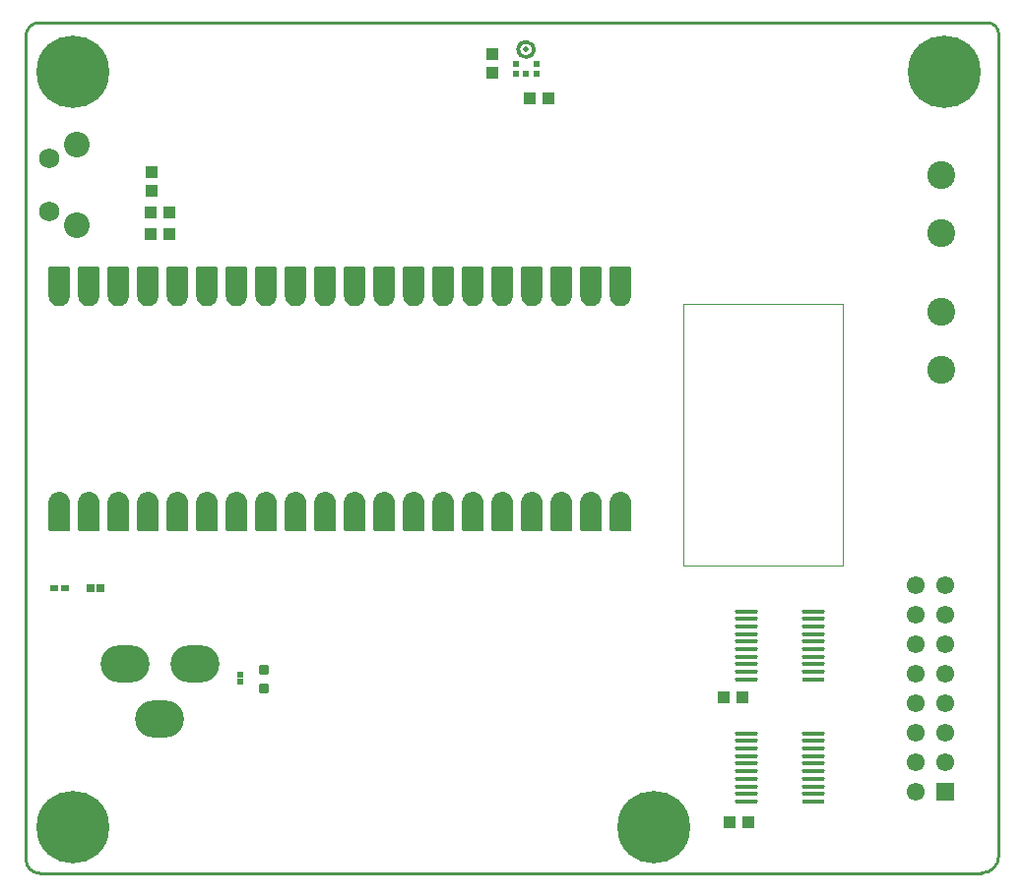
<source format=gts>
G04*
G04 #@! TF.GenerationSoftware,Altium Limited,Altium Designer,25.8.1 (18)*
G04*
G04 Layer_Color=8388736*
%FSLAX24Y24*%
%MOIN*%
G70*
G04*
G04 #@! TF.SameCoordinates,E7C4B6EF-679D-40F3-B346-0123BADFF20E*
G04*
G04*
G04 #@! TF.FilePolarity,Negative*
G04*
G01*
G75*
%ADD13C,0.0100*%
%ADD17C,0.0039*%
%ADD19R,0.0770X0.0166*%
G04:AMPARAMS|DCode=20|XSize=77mil|YSize=16.6mil|CornerRadius=8.3mil|HoleSize=0mil|Usage=FLASHONLY|Rotation=180.000|XOffset=0mil|YOffset=0mil|HoleType=Round|Shape=RoundedRectangle|*
%AMROUNDEDRECTD20*
21,1,0.0770,0.0000,0,0,180.0*
21,1,0.0604,0.0166,0,0,180.0*
1,1,0.0166,-0.0302,0.0000*
1,1,0.0166,0.0302,0.0000*
1,1,0.0166,0.0302,0.0000*
1,1,0.0166,-0.0302,0.0000*
%
%ADD20ROUNDEDRECTD20*%
%ADD29C,0.0118*%
%ADD30R,0.0395X0.0395*%
%ADD31R,0.0474X0.1064*%
%ADD32R,0.0300X0.0280*%
G04:AMPARAMS|DCode=33|XSize=35.5mil|YSize=35.5mil|CornerRadius=9.9mil|HoleSize=0mil|Usage=FLASHONLY|Rotation=270.000|XOffset=0mil|YOffset=0mil|HoleType=Round|Shape=RoundedRectangle|*
%AMROUNDEDRECTD33*
21,1,0.0355,0.0157,0,0,270.0*
21,1,0.0157,0.0355,0,0,270.0*
1,1,0.0197,-0.0079,-0.0079*
1,1,0.0197,-0.0079,0.0079*
1,1,0.0197,0.0079,0.0079*
1,1,0.0197,0.0079,-0.0079*
%
%ADD33ROUNDEDRECTD33*%
%ADD34R,0.0198X0.0245*%
G04:AMPARAMS|DCode=35|XSize=106.4mil|YSize=47.4mil|CornerRadius=8.9mil|HoleSize=0mil|Usage=FLASHONLY|Rotation=90.000|XOffset=0mil|YOffset=0mil|HoleType=Round|Shape=RoundedRectangle|*
%AMROUNDEDRECTD35*
21,1,0.1064,0.0295,0,0,90.0*
21,1,0.0886,0.0474,0,0,90.0*
1,1,0.0178,0.0148,0.0443*
1,1,0.0178,0.0148,-0.0443*
1,1,0.0178,-0.0148,-0.0443*
1,1,0.0178,-0.0148,0.0443*
%
%ADD35ROUNDEDRECTD35*%
%ADD36R,0.0316X0.0237*%
%ADD37R,0.0395X0.0395*%
%ADD38R,0.0236X0.0206*%
%ADD39R,0.0610X0.0610*%
%ADD40C,0.0610*%
%ADD41C,0.0946*%
%ADD42O,0.1655X0.1261*%
%ADD43C,0.2461*%
%ADD44C,0.0680*%
%ADD45C,0.0867*%
%ADD46C,0.0197*%
G36*
X-401Y11346D02*
X-395Y11345D01*
X-315Y11324D01*
X-310Y11322D01*
X-306Y11320D01*
X-234Y11278D01*
X-229Y11275D01*
X-226Y11272D01*
X-167Y11213D01*
X-163Y11209D01*
X-160Y11205D01*
X-119Y11133D01*
X-117Y11128D01*
X-115Y11123D01*
X-94Y11043D01*
X-93Y11038D01*
X-92Y11033D01*
Y10991D01*
Y10046D01*
X-93Y10041D01*
X-94Y10036D01*
X-95Y10031D01*
X-98Y10026D01*
X-100Y10022D01*
X-104Y10018D01*
X-108Y10015D01*
X-112Y10012D01*
X-117Y10009D01*
X-122Y10008D01*
X-127Y10007D01*
X-132Y10006D01*
X-762D01*
X-767Y10007D01*
X-773Y10008D01*
X-778Y10009D01*
X-782Y10012D01*
X-787Y10015D01*
X-791Y10018D01*
X-794Y10022D01*
X-797Y10026D01*
X-799Y10031D01*
X-801Y10036D01*
X-802Y10041D01*
X-802Y10046D01*
Y10991D01*
X-802Y11033D01*
D01*
Y11033D01*
X-802Y11038D01*
X-801Y11043D01*
X-779Y11123D01*
X-778Y11128D01*
X-777Y11131D01*
X-775Y11133D01*
X-734Y11205D01*
X-731Y11209D01*
X-728Y11213D01*
X-669Y11272D01*
X-665Y11275D01*
X-661Y11278D01*
X-589Y11320D01*
X-584Y11322D01*
X-579Y11324D01*
X-499Y11345D01*
X-494Y11346D01*
X-489Y11346D01*
X-406D01*
X-401Y11346D01*
D02*
G37*
G36*
X599D02*
X605Y11345D01*
X685Y11324D01*
X690Y11322D01*
X694Y11320D01*
X766Y11278D01*
X771Y11275D01*
X774Y11272D01*
X833Y11213D01*
X837Y11209D01*
X839Y11205D01*
X881Y11133D01*
X883Y11128D01*
X885Y11123D01*
X906Y11043D01*
X907Y11038D01*
X908Y11033D01*
Y10991D01*
Y10046D01*
X907Y10041D01*
X906Y10036D01*
X905Y10031D01*
X902Y10026D01*
X900Y10022D01*
X896Y10018D01*
X892Y10015D01*
X888Y10012D01*
X883Y10009D01*
X878Y10008D01*
X873Y10007D01*
X868Y10006D01*
X238D01*
X233Y10007D01*
X227Y10008D01*
X222Y10009D01*
X218Y10012D01*
X213Y10015D01*
X209Y10018D01*
X206Y10022D01*
X203Y10026D01*
X201Y10031D01*
X199Y10036D01*
X198Y10041D01*
X198Y10046D01*
Y10991D01*
X198Y11033D01*
D01*
Y11033D01*
X198Y11038D01*
X199Y11043D01*
X221Y11123D01*
X222Y11128D01*
X223Y11131D01*
X225Y11133D01*
X266Y11205D01*
X269Y11209D01*
X272Y11213D01*
X331Y11272D01*
X335Y11275D01*
X339Y11278D01*
X411Y11320D01*
X416Y11322D01*
X421Y11324D01*
X501Y11345D01*
X506Y11346D01*
X511Y11346D01*
X594D01*
X599Y11346D01*
D02*
G37*
G36*
X1599D02*
X1605Y11345D01*
X1685Y11324D01*
X1690Y11322D01*
X1694Y11320D01*
X1766Y11278D01*
X1771Y11275D01*
X1774Y11272D01*
X1833Y11213D01*
X1837Y11209D01*
X1840Y11205D01*
X1881Y11133D01*
X1883Y11128D01*
X1885Y11123D01*
X1906Y11043D01*
X1907Y11038D01*
X1908Y11033D01*
Y10991D01*
Y10046D01*
X1907Y10041D01*
X1906Y10036D01*
X1905Y10031D01*
X1902Y10026D01*
X1900Y10022D01*
X1896Y10018D01*
X1892Y10015D01*
X1888Y10012D01*
X1883Y10009D01*
X1878Y10008D01*
X1873Y10007D01*
X1868Y10006D01*
X1238D01*
X1233Y10007D01*
X1227Y10008D01*
X1222Y10009D01*
X1218Y10012D01*
X1213Y10015D01*
X1209Y10018D01*
X1206Y10022D01*
X1203Y10026D01*
X1201Y10031D01*
X1199Y10036D01*
X1198Y10041D01*
X1198Y10046D01*
Y10991D01*
X1198Y11033D01*
D01*
Y11033D01*
X1198Y11038D01*
X1199Y11043D01*
X1221Y11123D01*
X1222Y11128D01*
X1223Y11131D01*
X1225Y11133D01*
X1266Y11205D01*
X1269Y11209D01*
X1272Y11213D01*
X1331Y11272D01*
X1335Y11275D01*
X1339Y11278D01*
X1411Y11320D01*
X1416Y11322D01*
X1421Y11324D01*
X1501Y11345D01*
X1506Y11346D01*
X1511Y11346D01*
X1594D01*
X1599Y11346D01*
D02*
G37*
G36*
X2599D02*
X2605Y11345D01*
X2685Y11324D01*
X2690Y11322D01*
X2694Y11320D01*
X2766Y11278D01*
X2771Y11275D01*
X2774Y11272D01*
X2833Y11213D01*
X2837Y11209D01*
X2840Y11205D01*
X2881Y11133D01*
X2883Y11128D01*
X2885Y11123D01*
X2906Y11043D01*
X2907Y11038D01*
X2908Y11033D01*
Y10991D01*
Y10046D01*
X2907Y10041D01*
X2906Y10036D01*
X2905Y10031D01*
X2902Y10026D01*
X2900Y10022D01*
X2896Y10018D01*
X2892Y10015D01*
X2888Y10012D01*
X2883Y10009D01*
X2878Y10008D01*
X2873Y10007D01*
X2868Y10006D01*
X2238D01*
X2233Y10007D01*
X2227Y10008D01*
X2222Y10009D01*
X2218Y10012D01*
X2213Y10015D01*
X2209Y10018D01*
X2206Y10022D01*
X2203Y10026D01*
X2201Y10031D01*
X2199Y10036D01*
X2198Y10041D01*
X2198Y10046D01*
Y10991D01*
X2198Y11033D01*
D01*
Y11033D01*
X2198Y11038D01*
X2199Y11043D01*
X2221Y11123D01*
X2222Y11128D01*
X2223Y11131D01*
X2225Y11133D01*
X2266Y11205D01*
X2269Y11209D01*
X2272Y11213D01*
X2331Y11272D01*
X2335Y11275D01*
X2339Y11278D01*
X2411Y11320D01*
X2416Y11322D01*
X2421Y11324D01*
X2501Y11345D01*
X2506Y11346D01*
X2511Y11346D01*
X2594D01*
X2599Y11346D01*
D02*
G37*
G36*
X3599D02*
X3605Y11345D01*
X3685Y11324D01*
X3690Y11322D01*
X3694Y11320D01*
X3766Y11278D01*
X3771Y11275D01*
X3774Y11272D01*
X3833Y11213D01*
X3837Y11209D01*
X3839Y11205D01*
X3881Y11133D01*
X3883Y11128D01*
X3885Y11123D01*
X3906Y11043D01*
X3907Y11038D01*
X3908Y11033D01*
Y10991D01*
Y10046D01*
X3907Y10041D01*
X3906Y10036D01*
X3905Y10031D01*
X3902Y10026D01*
X3900Y10022D01*
X3896Y10018D01*
X3892Y10015D01*
X3888Y10012D01*
X3883Y10009D01*
X3878Y10008D01*
X3873Y10007D01*
X3868Y10006D01*
X3238D01*
X3233Y10007D01*
X3227Y10008D01*
X3222Y10009D01*
X3218Y10012D01*
X3213Y10015D01*
X3209Y10018D01*
X3206Y10022D01*
X3203Y10026D01*
X3201Y10031D01*
X3199Y10036D01*
X3198Y10041D01*
X3198Y10046D01*
Y10991D01*
X3198Y11033D01*
D01*
Y11033D01*
X3198Y11038D01*
X3199Y11043D01*
X3221Y11123D01*
X3222Y11128D01*
X3223Y11131D01*
X3225Y11133D01*
X3266Y11205D01*
X3269Y11209D01*
X3272Y11213D01*
X3331Y11272D01*
X3335Y11275D01*
X3339Y11278D01*
X3411Y11320D01*
X3416Y11322D01*
X3421Y11324D01*
X3501Y11345D01*
X3506Y11346D01*
X3511Y11346D01*
X3594D01*
X3599Y11346D01*
D02*
G37*
G36*
X-127Y18978D02*
X-122Y18977D01*
X-117Y18975D01*
X-112Y18973D01*
X-108Y18970D01*
X-104Y18966D01*
X-100Y18962D01*
X-98Y18958D01*
X-95Y18953D01*
X-94Y18948D01*
X-93Y18943D01*
X-92Y18938D01*
Y17993D01*
Y17951D01*
X-93Y17946D01*
X-94Y17941D01*
X-115Y17861D01*
X-117Y17856D01*
X-119Y17851D01*
X-160Y17779D01*
X-163Y17775D01*
X-167Y17771D01*
X-226Y17713D01*
X-229Y17709D01*
X-234Y17706D01*
X-306Y17665D01*
X-308Y17664D01*
X-310Y17662D01*
X-315Y17661D01*
X-395Y17639D01*
X-401Y17638D01*
X-406Y17638D01*
X-489D01*
X-494Y17638D01*
X-499Y17639D01*
X-579Y17661D01*
X-584Y17662D01*
X-589Y17665D01*
X-661Y17706D01*
X-665Y17709D01*
X-669Y17713D01*
X-728Y17771D01*
X-731Y17775D01*
X-734Y17779D01*
X-775Y17851D01*
X-777Y17854D01*
X-778Y17856D01*
X-779Y17861D01*
X-801Y17941D01*
X-802Y17946D01*
X-802Y17951D01*
D01*
Y17951D01*
X-802Y17993D01*
Y18938D01*
X-802Y18943D01*
X-801Y18948D01*
X-799Y18953D01*
X-797Y18958D01*
X-794Y18962D01*
X-791Y18966D01*
X-787Y18970D01*
X-782Y18973D01*
X-778Y18975D01*
X-773Y18977D01*
X-767Y18978D01*
X-762Y18978D01*
X-132D01*
X-127Y18978D01*
D02*
G37*
G36*
X873D02*
X878Y18977D01*
X883Y18975D01*
X888Y18973D01*
X892Y18970D01*
X896Y18966D01*
X900Y18962D01*
X902Y18958D01*
X905Y18953D01*
X906Y18948D01*
X907Y18943D01*
X908Y18938D01*
Y17993D01*
Y17951D01*
X907Y17946D01*
X906Y17941D01*
X885Y17861D01*
X883Y17856D01*
X881Y17851D01*
X839Y17779D01*
X837Y17775D01*
X833Y17771D01*
X774Y17713D01*
X771Y17709D01*
X766Y17706D01*
X694Y17665D01*
X692Y17664D01*
X690Y17662D01*
X685Y17661D01*
X605Y17639D01*
X599Y17638D01*
X594Y17638D01*
X511D01*
X506Y17638D01*
X501Y17639D01*
X421Y17661D01*
X416Y17662D01*
X411Y17665D01*
X339Y17706D01*
X335Y17709D01*
X331Y17713D01*
X272Y17771D01*
X269Y17775D01*
X266Y17779D01*
X225Y17851D01*
X223Y17854D01*
X222Y17856D01*
X221Y17861D01*
X199Y17941D01*
X198Y17946D01*
X198Y17951D01*
D01*
Y17951D01*
X198Y17993D01*
Y18938D01*
X198Y18943D01*
X199Y18948D01*
X201Y18953D01*
X203Y18958D01*
X206Y18962D01*
X209Y18966D01*
X213Y18970D01*
X218Y18973D01*
X222Y18975D01*
X227Y18977D01*
X233Y18978D01*
X238Y18978D01*
X868D01*
X873Y18978D01*
D02*
G37*
G36*
X1873D02*
X1878Y18977D01*
X1883Y18975D01*
X1888Y18973D01*
X1892Y18970D01*
X1896Y18966D01*
X1900Y18962D01*
X1902Y18958D01*
X1905Y18953D01*
X1906Y18948D01*
X1907Y18943D01*
X1908Y18938D01*
Y17993D01*
Y17951D01*
X1907Y17946D01*
X1906Y17941D01*
X1885Y17861D01*
X1883Y17856D01*
X1881Y17851D01*
X1840Y17779D01*
X1837Y17775D01*
X1833Y17771D01*
X1774Y17713D01*
X1771Y17709D01*
X1766Y17706D01*
X1694Y17665D01*
X1692Y17664D01*
X1690Y17662D01*
X1685Y17661D01*
X1605Y17639D01*
X1599Y17638D01*
X1594Y17638D01*
X1511D01*
X1506Y17638D01*
X1501Y17639D01*
X1421Y17661D01*
X1416Y17662D01*
X1411Y17665D01*
X1339Y17706D01*
X1335Y17709D01*
X1331Y17713D01*
X1272Y17771D01*
X1269Y17775D01*
X1266Y17779D01*
X1225Y17851D01*
X1223Y17854D01*
X1222Y17856D01*
X1221Y17861D01*
X1199Y17941D01*
X1198Y17946D01*
X1198Y17951D01*
D01*
Y17951D01*
X1198Y17993D01*
Y18938D01*
X1198Y18943D01*
X1199Y18948D01*
X1201Y18953D01*
X1203Y18958D01*
X1206Y18962D01*
X1209Y18966D01*
X1213Y18970D01*
X1218Y18973D01*
X1222Y18975D01*
X1227Y18977D01*
X1233Y18978D01*
X1238Y18978D01*
X1868D01*
X1873Y18978D01*
D02*
G37*
G36*
X2873D02*
X2878Y18977D01*
X2883Y18975D01*
X2888Y18973D01*
X2892Y18970D01*
X2896Y18966D01*
X2900Y18962D01*
X2902Y18958D01*
X2905Y18953D01*
X2906Y18948D01*
X2907Y18943D01*
X2908Y18938D01*
Y17993D01*
Y17951D01*
X2907Y17946D01*
X2906Y17941D01*
X2885Y17861D01*
X2883Y17856D01*
X2881Y17851D01*
X2840Y17779D01*
X2837Y17775D01*
X2833Y17771D01*
X2774Y17713D01*
X2771Y17709D01*
X2766Y17706D01*
X2694Y17665D01*
X2692Y17664D01*
X2690Y17662D01*
X2685Y17661D01*
X2605Y17639D01*
X2599Y17638D01*
X2594Y17638D01*
X2511D01*
X2506Y17638D01*
X2501Y17639D01*
X2421Y17661D01*
X2416Y17662D01*
X2411Y17665D01*
X2339Y17706D01*
X2335Y17709D01*
X2331Y17713D01*
X2272Y17771D01*
X2269Y17775D01*
X2266Y17779D01*
X2225Y17851D01*
X2223Y17854D01*
X2222Y17856D01*
X2221Y17861D01*
X2199Y17941D01*
X2198Y17946D01*
X2198Y17951D01*
D01*
Y17951D01*
X2198Y17993D01*
Y18938D01*
X2198Y18943D01*
X2199Y18948D01*
X2201Y18953D01*
X2203Y18958D01*
X2206Y18962D01*
X2209Y18966D01*
X2213Y18970D01*
X2218Y18973D01*
X2222Y18975D01*
X2227Y18977D01*
X2233Y18978D01*
X2238Y18978D01*
X2868D01*
X2873Y18978D01*
D02*
G37*
G36*
X3873D02*
X3878Y18977D01*
X3883Y18975D01*
X3888Y18973D01*
X3892Y18970D01*
X3896Y18966D01*
X3900Y18962D01*
X3902Y18958D01*
X3905Y18953D01*
X3906Y18948D01*
X3907Y18943D01*
X3908Y18938D01*
Y17993D01*
Y17951D01*
X3907Y17946D01*
X3906Y17941D01*
X3885Y17861D01*
X3883Y17856D01*
X3881Y17851D01*
X3839Y17779D01*
X3837Y17775D01*
X3833Y17771D01*
X3774Y17713D01*
X3771Y17709D01*
X3766Y17706D01*
X3694Y17665D01*
X3692Y17664D01*
X3690Y17662D01*
X3685Y17661D01*
X3605Y17639D01*
X3599Y17638D01*
X3594Y17638D01*
X3511D01*
X3506Y17638D01*
X3501Y17639D01*
X3421Y17661D01*
X3416Y17662D01*
X3411Y17665D01*
X3339Y17706D01*
X3335Y17709D01*
X3331Y17713D01*
X3272Y17771D01*
X3269Y17775D01*
X3266Y17779D01*
X3225Y17851D01*
X3223Y17854D01*
X3222Y17856D01*
X3221Y17861D01*
X3199Y17941D01*
X3198Y17946D01*
X3198Y17951D01*
D01*
Y17951D01*
X3198Y17993D01*
Y18938D01*
X3198Y18943D01*
X3199Y18948D01*
X3201Y18953D01*
X3203Y18958D01*
X3206Y18962D01*
X3209Y18966D01*
X3213Y18970D01*
X3218Y18973D01*
X3222Y18975D01*
X3227Y18977D01*
X3233Y18978D01*
X3238Y18978D01*
X3868D01*
X3873Y18978D01*
D02*
G37*
G36*
X4599Y11346D02*
X4605Y11345D01*
X4685Y11324D01*
X4690Y11322D01*
X4694Y11320D01*
X4766Y11278D01*
X4771Y11275D01*
X4774Y11272D01*
X4833Y11213D01*
X4837Y11209D01*
X4839Y11205D01*
X4881Y11133D01*
X4883Y11128D01*
X4885Y11123D01*
X4906Y11043D01*
X4907Y11038D01*
X4908Y11033D01*
Y10991D01*
Y10046D01*
X4907Y10041D01*
X4906Y10036D01*
X4905Y10031D01*
X4902Y10026D01*
X4900Y10022D01*
X4896Y10018D01*
X4892Y10015D01*
X4888Y10012D01*
X4883Y10009D01*
X4878Y10008D01*
X4873Y10007D01*
X4868Y10006D01*
X4238D01*
X4233Y10007D01*
X4227Y10008D01*
X4222Y10009D01*
X4218Y10012D01*
X4213Y10015D01*
X4209Y10018D01*
X4206Y10022D01*
X4203Y10026D01*
X4201Y10031D01*
X4199Y10036D01*
X4198Y10041D01*
X4198Y10046D01*
Y10991D01*
X4198Y11033D01*
D01*
Y11033D01*
X4198Y11038D01*
X4199Y11043D01*
X4221Y11123D01*
X4222Y11128D01*
X4223Y11131D01*
X4225Y11133D01*
X4266Y11205D01*
X4269Y11209D01*
X4272Y11213D01*
X4331Y11272D01*
X4335Y11275D01*
X4339Y11278D01*
X4411Y11320D01*
X4416Y11322D01*
X4421Y11324D01*
X4501Y11345D01*
X4506Y11346D01*
X4511Y11346D01*
X4594D01*
X4599Y11346D01*
D02*
G37*
G36*
X5599D02*
X5605Y11345D01*
X5685Y11324D01*
X5690Y11322D01*
X5694Y11320D01*
X5766Y11278D01*
X5771Y11275D01*
X5774Y11272D01*
X5833Y11213D01*
X5837Y11209D01*
X5839Y11205D01*
X5881Y11133D01*
X5883Y11128D01*
X5885Y11123D01*
X5906Y11043D01*
X5907Y11038D01*
X5908Y11033D01*
Y10991D01*
Y10046D01*
X5907Y10041D01*
X5906Y10036D01*
X5905Y10031D01*
X5902Y10026D01*
X5900Y10022D01*
X5896Y10018D01*
X5892Y10015D01*
X5888Y10012D01*
X5883Y10009D01*
X5878Y10008D01*
X5873Y10007D01*
X5868Y10006D01*
X5238D01*
X5233Y10007D01*
X5227Y10008D01*
X5222Y10009D01*
X5218Y10012D01*
X5213Y10015D01*
X5209Y10018D01*
X5206Y10022D01*
X5203Y10026D01*
X5201Y10031D01*
X5199Y10036D01*
X5198Y10041D01*
X5198Y10046D01*
Y10991D01*
X5198Y11033D01*
D01*
Y11033D01*
X5198Y11038D01*
X5199Y11043D01*
X5221Y11123D01*
X5222Y11128D01*
X5223Y11131D01*
X5225Y11133D01*
X5266Y11205D01*
X5269Y11209D01*
X5272Y11213D01*
X5331Y11272D01*
X5335Y11275D01*
X5339Y11278D01*
X5411Y11320D01*
X5416Y11322D01*
X5421Y11324D01*
X5501Y11345D01*
X5506Y11346D01*
X5511Y11346D01*
X5594D01*
X5599Y11346D01*
D02*
G37*
G36*
X6599D02*
X6605Y11345D01*
X6685Y11324D01*
X6690Y11322D01*
X6694Y11320D01*
X6766Y11278D01*
X6771Y11275D01*
X6774Y11272D01*
X6833Y11213D01*
X6837Y11209D01*
X6840Y11205D01*
X6881Y11133D01*
X6883Y11128D01*
X6885Y11123D01*
X6906Y11043D01*
X6907Y11038D01*
X6908Y11033D01*
Y10991D01*
Y10046D01*
X6907Y10041D01*
X6906Y10036D01*
X6905Y10031D01*
X6902Y10026D01*
X6900Y10022D01*
X6896Y10018D01*
X6892Y10015D01*
X6888Y10012D01*
X6883Y10009D01*
X6878Y10008D01*
X6873Y10007D01*
X6868Y10006D01*
X6238D01*
X6233Y10007D01*
X6227Y10008D01*
X6222Y10009D01*
X6218Y10012D01*
X6213Y10015D01*
X6209Y10018D01*
X6206Y10022D01*
X6203Y10026D01*
X6201Y10031D01*
X6199Y10036D01*
X6198Y10041D01*
X6198Y10046D01*
Y10991D01*
X6198Y11033D01*
D01*
Y11033D01*
X6198Y11038D01*
X6199Y11043D01*
X6221Y11123D01*
X6222Y11128D01*
X6223Y11131D01*
X6225Y11133D01*
X6266Y11205D01*
X6269Y11209D01*
X6272Y11213D01*
X6331Y11272D01*
X6335Y11275D01*
X6339Y11278D01*
X6411Y11320D01*
X6416Y11322D01*
X6421Y11324D01*
X6501Y11345D01*
X6506Y11346D01*
X6511Y11346D01*
X6594D01*
X6599Y11346D01*
D02*
G37*
G36*
X7599D02*
X7605Y11345D01*
X7685Y11324D01*
X7690Y11322D01*
X7694Y11320D01*
X7766Y11278D01*
X7771Y11275D01*
X7774Y11272D01*
X7833Y11213D01*
X7837Y11209D01*
X7839Y11205D01*
X7881Y11133D01*
X7883Y11128D01*
X7885Y11123D01*
X7906Y11043D01*
X7907Y11038D01*
X7908Y11033D01*
Y10991D01*
Y10046D01*
X7907Y10041D01*
X7906Y10036D01*
X7905Y10031D01*
X7902Y10026D01*
X7900Y10022D01*
X7896Y10018D01*
X7892Y10015D01*
X7888Y10012D01*
X7883Y10009D01*
X7878Y10008D01*
X7873Y10007D01*
X7868Y10006D01*
X7238D01*
X7233Y10007D01*
X7227Y10008D01*
X7222Y10009D01*
X7218Y10012D01*
X7213Y10015D01*
X7209Y10018D01*
X7206Y10022D01*
X7203Y10026D01*
X7201Y10031D01*
X7199Y10036D01*
X7198Y10041D01*
X7198Y10046D01*
Y10991D01*
X7198Y11033D01*
D01*
Y11033D01*
X7198Y11038D01*
X7199Y11043D01*
X7221Y11123D01*
X7222Y11128D01*
X7223Y11131D01*
X7225Y11133D01*
X7266Y11205D01*
X7269Y11209D01*
X7272Y11213D01*
X7331Y11272D01*
X7335Y11275D01*
X7339Y11278D01*
X7411Y11320D01*
X7416Y11322D01*
X7421Y11324D01*
X7501Y11345D01*
X7506Y11346D01*
X7511Y11346D01*
X7594D01*
X7599Y11346D01*
D02*
G37*
G36*
X8599D02*
X8605Y11345D01*
X8685Y11324D01*
X8690Y11322D01*
X8694Y11320D01*
X8766Y11278D01*
X8771Y11275D01*
X8774Y11272D01*
X8833Y11213D01*
X8837Y11209D01*
X8839Y11205D01*
X8881Y11133D01*
X8883Y11128D01*
X8885Y11123D01*
X8906Y11043D01*
X8907Y11038D01*
X8908Y11033D01*
Y10991D01*
Y10046D01*
X8907Y10041D01*
X8906Y10036D01*
X8905Y10031D01*
X8902Y10026D01*
X8900Y10022D01*
X8896Y10018D01*
X8892Y10015D01*
X8888Y10012D01*
X8883Y10009D01*
X8878Y10008D01*
X8873Y10007D01*
X8868Y10006D01*
X8238D01*
X8233Y10007D01*
X8227Y10008D01*
X8222Y10009D01*
X8218Y10012D01*
X8213Y10015D01*
X8209Y10018D01*
X8206Y10022D01*
X8203Y10026D01*
X8201Y10031D01*
X8199Y10036D01*
X8198Y10041D01*
X8198Y10046D01*
Y10991D01*
X8198Y11033D01*
D01*
Y11033D01*
X8198Y11038D01*
X8199Y11043D01*
X8221Y11123D01*
X8222Y11128D01*
X8223Y11131D01*
X8225Y11133D01*
X8266Y11205D01*
X8269Y11209D01*
X8272Y11213D01*
X8331Y11272D01*
X8335Y11275D01*
X8339Y11278D01*
X8411Y11320D01*
X8416Y11322D01*
X8421Y11324D01*
X8501Y11345D01*
X8506Y11346D01*
X8511Y11346D01*
X8594D01*
X8599Y11346D01*
D02*
G37*
G36*
X4873Y18978D02*
X4878Y18977D01*
X4883Y18975D01*
X4888Y18973D01*
X4892Y18970D01*
X4896Y18966D01*
X4900Y18962D01*
X4902Y18958D01*
X4905Y18953D01*
X4906Y18948D01*
X4907Y18943D01*
X4908Y18938D01*
Y17993D01*
Y17951D01*
X4907Y17946D01*
X4906Y17941D01*
X4885Y17861D01*
X4883Y17856D01*
X4881Y17851D01*
X4839Y17779D01*
X4837Y17775D01*
X4833Y17771D01*
X4774Y17713D01*
X4771Y17709D01*
X4766Y17706D01*
X4694Y17665D01*
X4692Y17664D01*
X4690Y17662D01*
X4685Y17661D01*
X4605Y17639D01*
X4599Y17638D01*
X4594Y17638D01*
X4511D01*
X4506Y17638D01*
X4501Y17639D01*
X4421Y17661D01*
X4416Y17662D01*
X4411Y17665D01*
X4339Y17706D01*
X4335Y17709D01*
X4331Y17713D01*
X4272Y17771D01*
X4269Y17775D01*
X4266Y17779D01*
X4225Y17851D01*
X4223Y17854D01*
X4222Y17856D01*
X4221Y17861D01*
X4199Y17941D01*
X4198Y17946D01*
X4198Y17951D01*
D01*
Y17951D01*
X4198Y17993D01*
Y18938D01*
X4198Y18943D01*
X4199Y18948D01*
X4201Y18953D01*
X4203Y18958D01*
X4206Y18962D01*
X4209Y18966D01*
X4213Y18970D01*
X4218Y18973D01*
X4222Y18975D01*
X4227Y18977D01*
X4233Y18978D01*
X4238Y18978D01*
X4868D01*
X4873Y18978D01*
D02*
G37*
G36*
X5873D02*
X5878Y18977D01*
X5883Y18975D01*
X5888Y18973D01*
X5892Y18970D01*
X5896Y18966D01*
X5900Y18962D01*
X5902Y18958D01*
X5905Y18953D01*
X5906Y18948D01*
X5907Y18943D01*
X5908Y18938D01*
Y17993D01*
Y17951D01*
X5907Y17946D01*
X5906Y17941D01*
X5885Y17861D01*
X5883Y17856D01*
X5881Y17851D01*
X5839Y17779D01*
X5837Y17775D01*
X5833Y17771D01*
X5774Y17713D01*
X5771Y17709D01*
X5766Y17706D01*
X5694Y17665D01*
X5692Y17664D01*
X5690Y17662D01*
X5685Y17661D01*
X5605Y17639D01*
X5599Y17638D01*
X5594Y17638D01*
X5511D01*
X5506Y17638D01*
X5501Y17639D01*
X5421Y17661D01*
X5416Y17662D01*
X5411Y17665D01*
X5339Y17706D01*
X5335Y17709D01*
X5331Y17713D01*
X5272Y17771D01*
X5269Y17775D01*
X5266Y17779D01*
X5225Y17851D01*
X5223Y17854D01*
X5222Y17856D01*
X5221Y17861D01*
X5199Y17941D01*
X5198Y17946D01*
X5198Y17951D01*
D01*
Y17951D01*
X5198Y17993D01*
Y18938D01*
X5198Y18943D01*
X5199Y18948D01*
X5201Y18953D01*
X5203Y18958D01*
X5206Y18962D01*
X5209Y18966D01*
X5213Y18970D01*
X5218Y18973D01*
X5222Y18975D01*
X5227Y18977D01*
X5233Y18978D01*
X5238Y18978D01*
X5868D01*
X5873Y18978D01*
D02*
G37*
G36*
X6873D02*
X6878Y18977D01*
X6883Y18975D01*
X6888Y18973D01*
X6892Y18970D01*
X6896Y18966D01*
X6900Y18962D01*
X6902Y18958D01*
X6905Y18953D01*
X6906Y18948D01*
X6907Y18943D01*
X6908Y18938D01*
Y17993D01*
Y17951D01*
X6907Y17946D01*
X6906Y17941D01*
X6885Y17861D01*
X6883Y17856D01*
X6881Y17851D01*
X6840Y17779D01*
X6837Y17775D01*
X6833Y17771D01*
X6774Y17713D01*
X6771Y17709D01*
X6766Y17706D01*
X6694Y17665D01*
X6692Y17664D01*
X6690Y17662D01*
X6685Y17661D01*
X6605Y17639D01*
X6599Y17638D01*
X6594Y17638D01*
X6511D01*
X6506Y17638D01*
X6501Y17639D01*
X6421Y17661D01*
X6416Y17662D01*
X6411Y17665D01*
X6339Y17706D01*
X6335Y17709D01*
X6331Y17713D01*
X6272Y17771D01*
X6269Y17775D01*
X6266Y17779D01*
X6225Y17851D01*
X6223Y17854D01*
X6222Y17856D01*
X6221Y17861D01*
X6199Y17941D01*
X6198Y17946D01*
X6198Y17951D01*
D01*
Y17951D01*
X6198Y17993D01*
Y18938D01*
X6198Y18943D01*
X6199Y18948D01*
X6201Y18953D01*
X6203Y18958D01*
X6206Y18962D01*
X6209Y18966D01*
X6213Y18970D01*
X6218Y18973D01*
X6222Y18975D01*
X6227Y18977D01*
X6233Y18978D01*
X6238Y18978D01*
X6868D01*
X6873Y18978D01*
D02*
G37*
G36*
X7873D02*
X7878Y18977D01*
X7883Y18975D01*
X7888Y18973D01*
X7892Y18970D01*
X7896Y18966D01*
X7900Y18962D01*
X7902Y18958D01*
X7905Y18953D01*
X7906Y18948D01*
X7907Y18943D01*
X7908Y18938D01*
Y17993D01*
Y17951D01*
X7907Y17946D01*
X7906Y17941D01*
X7885Y17861D01*
X7883Y17856D01*
X7881Y17851D01*
X7839Y17779D01*
X7837Y17775D01*
X7833Y17771D01*
X7774Y17713D01*
X7771Y17709D01*
X7766Y17706D01*
X7694Y17665D01*
X7692Y17664D01*
X7690Y17662D01*
X7685Y17661D01*
X7605Y17639D01*
X7599Y17638D01*
X7594Y17638D01*
X7511D01*
X7506Y17638D01*
X7501Y17639D01*
X7421Y17661D01*
X7416Y17662D01*
X7411Y17665D01*
X7339Y17706D01*
X7335Y17709D01*
X7331Y17713D01*
X7272Y17771D01*
X7269Y17775D01*
X7266Y17779D01*
X7225Y17851D01*
X7223Y17854D01*
X7222Y17856D01*
X7221Y17861D01*
X7199Y17941D01*
X7198Y17946D01*
X7198Y17951D01*
D01*
Y17951D01*
X7198Y17993D01*
Y18938D01*
X7198Y18943D01*
X7199Y18948D01*
X7201Y18953D01*
X7203Y18958D01*
X7206Y18962D01*
X7209Y18966D01*
X7213Y18970D01*
X7218Y18973D01*
X7222Y18975D01*
X7227Y18977D01*
X7233Y18978D01*
X7238Y18978D01*
X7868D01*
X7873Y18978D01*
D02*
G37*
G36*
X8873D02*
X8878Y18977D01*
X8883Y18975D01*
X8888Y18973D01*
X8892Y18970D01*
X8896Y18966D01*
X8900Y18962D01*
X8902Y18958D01*
X8905Y18953D01*
X8906Y18948D01*
X8907Y18943D01*
X8908Y18938D01*
Y17993D01*
Y17951D01*
X8907Y17946D01*
X8906Y17941D01*
X8885Y17861D01*
X8883Y17856D01*
X8881Y17851D01*
X8839Y17779D01*
X8837Y17775D01*
X8833Y17771D01*
X8774Y17713D01*
X8771Y17709D01*
X8766Y17706D01*
X8694Y17665D01*
X8692Y17664D01*
X8690Y17662D01*
X8685Y17661D01*
X8605Y17639D01*
X8599Y17638D01*
X8594Y17638D01*
X8511D01*
X8506Y17638D01*
X8501Y17639D01*
X8421Y17661D01*
X8416Y17662D01*
X8411Y17665D01*
X8339Y17706D01*
X8335Y17709D01*
X8331Y17713D01*
X8272Y17771D01*
X8269Y17775D01*
X8266Y17779D01*
X8225Y17851D01*
X8223Y17854D01*
X8222Y17856D01*
X8221Y17861D01*
X8199Y17941D01*
X8198Y17946D01*
X8198Y17951D01*
D01*
Y17951D01*
X8198Y17993D01*
Y18938D01*
X8198Y18943D01*
X8199Y18948D01*
X8201Y18953D01*
X8203Y18958D01*
X8206Y18962D01*
X8209Y18966D01*
X8213Y18970D01*
X8218Y18973D01*
X8222Y18975D01*
X8227Y18977D01*
X8233Y18978D01*
X8238Y18978D01*
X8868D01*
X8873Y18978D01*
D02*
G37*
G36*
X9599Y11346D02*
X9605Y11345D01*
X9685Y11324D01*
X9690Y11322D01*
X9694Y11320D01*
X9766Y11278D01*
X9771Y11275D01*
X9774Y11272D01*
X9833Y11213D01*
X9837Y11209D01*
X9840Y11205D01*
X9881Y11133D01*
X9883Y11128D01*
X9885Y11123D01*
X9906Y11043D01*
X9907Y11038D01*
X9908Y11033D01*
Y10991D01*
Y10046D01*
X9907Y10041D01*
X9906Y10036D01*
X9905Y10031D01*
X9902Y10026D01*
X9900Y10022D01*
X9896Y10018D01*
X9892Y10015D01*
X9888Y10012D01*
X9883Y10009D01*
X9878Y10008D01*
X9873Y10007D01*
X9868Y10006D01*
X9238D01*
X9233Y10007D01*
X9227Y10008D01*
X9222Y10009D01*
X9218Y10012D01*
X9213Y10015D01*
X9209Y10018D01*
X9206Y10022D01*
X9203Y10026D01*
X9201Y10031D01*
X9199Y10036D01*
X9198Y10041D01*
X9198Y10046D01*
Y10991D01*
X9198Y11033D01*
D01*
Y11033D01*
X9198Y11038D01*
X9199Y11043D01*
X9221Y11123D01*
X9222Y11128D01*
X9223Y11131D01*
X9225Y11133D01*
X9266Y11205D01*
X9269Y11209D01*
X9272Y11213D01*
X9331Y11272D01*
X9335Y11275D01*
X9339Y11278D01*
X9411Y11320D01*
X9416Y11322D01*
X9421Y11324D01*
X9501Y11345D01*
X9506Y11346D01*
X9511Y11346D01*
X9594D01*
X9599Y11346D01*
D02*
G37*
G36*
X10599D02*
X10605Y11345D01*
X10685Y11324D01*
X10690Y11322D01*
X10694Y11320D01*
X10766Y11278D01*
X10771Y11275D01*
X10774Y11272D01*
X10833Y11213D01*
X10837Y11209D01*
X10840Y11205D01*
X10881Y11133D01*
X10883Y11128D01*
X10885Y11123D01*
X10906Y11043D01*
X10907Y11038D01*
X10908Y11033D01*
Y10991D01*
Y10046D01*
X10907Y10041D01*
X10906Y10036D01*
X10905Y10031D01*
X10902Y10026D01*
X10900Y10022D01*
X10896Y10018D01*
X10892Y10015D01*
X10888Y10012D01*
X10883Y10009D01*
X10878Y10008D01*
X10873Y10007D01*
X10868Y10006D01*
X10238D01*
X10233Y10007D01*
X10227Y10008D01*
X10222Y10009D01*
X10218Y10012D01*
X10213Y10015D01*
X10209Y10018D01*
X10206Y10022D01*
X10203Y10026D01*
X10201Y10031D01*
X10199Y10036D01*
X10198Y10041D01*
X10198Y10046D01*
Y10991D01*
X10198Y11033D01*
D01*
Y11033D01*
X10198Y11038D01*
X10199Y11043D01*
X10221Y11123D01*
X10222Y11128D01*
X10223Y11131D01*
X10225Y11133D01*
X10266Y11205D01*
X10269Y11209D01*
X10272Y11213D01*
X10331Y11272D01*
X10335Y11275D01*
X10339Y11278D01*
X10411Y11320D01*
X10416Y11322D01*
X10421Y11324D01*
X10501Y11345D01*
X10506Y11346D01*
X10511Y11346D01*
X10594D01*
X10599Y11346D01*
D02*
G37*
G36*
X11599D02*
X11605Y11345D01*
X11685Y11324D01*
X11690Y11322D01*
X11694Y11320D01*
X11766Y11278D01*
X11771Y11275D01*
X11774Y11272D01*
X11833Y11213D01*
X11837Y11209D01*
X11839Y11205D01*
X11881Y11133D01*
X11883Y11128D01*
X11885Y11123D01*
X11906Y11043D01*
X11907Y11038D01*
X11908Y11033D01*
Y10991D01*
Y10046D01*
X11907Y10041D01*
X11906Y10036D01*
X11905Y10031D01*
X11902Y10026D01*
X11900Y10022D01*
X11896Y10018D01*
X11892Y10015D01*
X11888Y10012D01*
X11883Y10009D01*
X11878Y10008D01*
X11873Y10007D01*
X11868Y10006D01*
X11238D01*
X11233Y10007D01*
X11227Y10008D01*
X11222Y10009D01*
X11218Y10012D01*
X11213Y10015D01*
X11209Y10018D01*
X11206Y10022D01*
X11203Y10026D01*
X11201Y10031D01*
X11199Y10036D01*
X11198Y10041D01*
X11198Y10046D01*
Y10991D01*
X11198Y11033D01*
D01*
Y11033D01*
X11198Y11038D01*
X11199Y11043D01*
X11221Y11123D01*
X11222Y11128D01*
X11223Y11131D01*
X11225Y11133D01*
X11266Y11205D01*
X11269Y11209D01*
X11272Y11213D01*
X11331Y11272D01*
X11335Y11275D01*
X11339Y11278D01*
X11411Y11320D01*
X11416Y11322D01*
X11421Y11324D01*
X11501Y11345D01*
X11506Y11346D01*
X11511Y11346D01*
X11594D01*
X11599Y11346D01*
D02*
G37*
G36*
X12599D02*
X12605Y11345D01*
X12685Y11324D01*
X12690Y11322D01*
X12694Y11320D01*
X12766Y11278D01*
X12771Y11275D01*
X12774Y11272D01*
X12833Y11213D01*
X12837Y11209D01*
X12839Y11205D01*
X12881Y11133D01*
X12883Y11128D01*
X12885Y11123D01*
X12906Y11043D01*
X12907Y11038D01*
X12908Y11033D01*
Y10991D01*
Y10046D01*
X12907Y10041D01*
X12906Y10036D01*
X12905Y10031D01*
X12902Y10026D01*
X12900Y10022D01*
X12896Y10018D01*
X12892Y10015D01*
X12888Y10012D01*
X12883Y10009D01*
X12878Y10008D01*
X12873Y10007D01*
X12868Y10006D01*
X12238D01*
X12233Y10007D01*
X12227Y10008D01*
X12222Y10009D01*
X12218Y10012D01*
X12213Y10015D01*
X12209Y10018D01*
X12206Y10022D01*
X12203Y10026D01*
X12201Y10031D01*
X12199Y10036D01*
X12198Y10041D01*
X12198Y10046D01*
Y10991D01*
X12198Y11033D01*
D01*
Y11033D01*
X12198Y11038D01*
X12199Y11043D01*
X12221Y11123D01*
X12222Y11128D01*
X12223Y11131D01*
X12225Y11133D01*
X12266Y11205D01*
X12269Y11209D01*
X12272Y11213D01*
X12331Y11272D01*
X12335Y11275D01*
X12339Y11278D01*
X12411Y11320D01*
X12416Y11322D01*
X12421Y11324D01*
X12501Y11345D01*
X12506Y11346D01*
X12511Y11346D01*
X12594D01*
X12599Y11346D01*
D02*
G37*
G36*
X13599D02*
X13605Y11345D01*
X13685Y11324D01*
X13690Y11322D01*
X13694Y11320D01*
X13766Y11278D01*
X13771Y11275D01*
X13774Y11272D01*
X13833Y11213D01*
X13837Y11209D01*
X13839Y11205D01*
X13881Y11133D01*
X13883Y11128D01*
X13885Y11123D01*
X13906Y11043D01*
X13907Y11038D01*
X13908Y11033D01*
Y10991D01*
Y10046D01*
X13907Y10041D01*
X13906Y10036D01*
X13905Y10031D01*
X13902Y10026D01*
X13900Y10022D01*
X13896Y10018D01*
X13892Y10015D01*
X13888Y10012D01*
X13883Y10009D01*
X13878Y10008D01*
X13873Y10007D01*
X13868Y10006D01*
X13238D01*
X13233Y10007D01*
X13227Y10008D01*
X13222Y10009D01*
X13218Y10012D01*
X13213Y10015D01*
X13209Y10018D01*
X13206Y10022D01*
X13203Y10026D01*
X13201Y10031D01*
X13199Y10036D01*
X13198Y10041D01*
X13198Y10046D01*
Y10991D01*
X13198Y11033D01*
D01*
Y11033D01*
X13198Y11038D01*
X13199Y11043D01*
X13221Y11123D01*
X13222Y11128D01*
X13223Y11131D01*
X13225Y11133D01*
X13266Y11205D01*
X13269Y11209D01*
X13272Y11213D01*
X13331Y11272D01*
X13335Y11275D01*
X13339Y11278D01*
X13411Y11320D01*
X13416Y11322D01*
X13421Y11324D01*
X13501Y11345D01*
X13506Y11346D01*
X13511Y11346D01*
X13594D01*
X13599Y11346D01*
D02*
G37*
G36*
X9873Y18978D02*
X9878Y18977D01*
X9883Y18975D01*
X9888Y18973D01*
X9892Y18970D01*
X9896Y18966D01*
X9900Y18962D01*
X9902Y18958D01*
X9905Y18953D01*
X9906Y18948D01*
X9907Y18943D01*
X9908Y18938D01*
Y17993D01*
Y17951D01*
X9907Y17946D01*
X9906Y17941D01*
X9885Y17861D01*
X9883Y17856D01*
X9881Y17851D01*
X9840Y17779D01*
X9837Y17775D01*
X9833Y17771D01*
X9774Y17713D01*
X9771Y17709D01*
X9766Y17706D01*
X9694Y17665D01*
X9692Y17664D01*
X9690Y17662D01*
X9685Y17661D01*
X9605Y17639D01*
X9599Y17638D01*
X9594Y17638D01*
X9511D01*
X9506Y17638D01*
X9501Y17639D01*
X9421Y17661D01*
X9416Y17662D01*
X9411Y17665D01*
X9339Y17706D01*
X9335Y17709D01*
X9331Y17713D01*
X9272Y17771D01*
X9269Y17775D01*
X9266Y17779D01*
X9225Y17851D01*
X9223Y17854D01*
X9222Y17856D01*
X9221Y17861D01*
X9199Y17941D01*
X9198Y17946D01*
X9198Y17951D01*
D01*
Y17951D01*
X9198Y17993D01*
Y18938D01*
X9198Y18943D01*
X9199Y18948D01*
X9201Y18953D01*
X9203Y18958D01*
X9206Y18962D01*
X9209Y18966D01*
X9213Y18970D01*
X9218Y18973D01*
X9222Y18975D01*
X9227Y18977D01*
X9233Y18978D01*
X9238Y18978D01*
X9868D01*
X9873Y18978D01*
D02*
G37*
G36*
X10873D02*
X10878Y18977D01*
X10883Y18975D01*
X10888Y18973D01*
X10892Y18970D01*
X10896Y18966D01*
X10900Y18962D01*
X10902Y18958D01*
X10905Y18953D01*
X10906Y18948D01*
X10907Y18943D01*
X10908Y18938D01*
Y17993D01*
Y17951D01*
X10907Y17946D01*
X10906Y17941D01*
X10885Y17861D01*
X10883Y17856D01*
X10881Y17851D01*
X10840Y17779D01*
X10837Y17775D01*
X10833Y17771D01*
X10774Y17713D01*
X10771Y17709D01*
X10766Y17706D01*
X10694Y17665D01*
X10692Y17664D01*
X10690Y17662D01*
X10685Y17661D01*
X10605Y17639D01*
X10599Y17638D01*
X10594Y17638D01*
X10511D01*
X10506Y17638D01*
X10501Y17639D01*
X10421Y17661D01*
X10416Y17662D01*
X10411Y17665D01*
X10339Y17706D01*
X10335Y17709D01*
X10331Y17713D01*
X10272Y17771D01*
X10269Y17775D01*
X10266Y17779D01*
X10225Y17851D01*
X10223Y17854D01*
X10222Y17856D01*
X10221Y17861D01*
X10199Y17941D01*
X10198Y17946D01*
X10198Y17951D01*
D01*
Y17951D01*
X10198Y17993D01*
Y18938D01*
X10198Y18943D01*
X10199Y18948D01*
X10201Y18953D01*
X10203Y18958D01*
X10206Y18962D01*
X10209Y18966D01*
X10213Y18970D01*
X10218Y18973D01*
X10222Y18975D01*
X10227Y18977D01*
X10233Y18978D01*
X10238Y18978D01*
X10868D01*
X10873Y18978D01*
D02*
G37*
G36*
X11873D02*
X11878Y18977D01*
X11883Y18975D01*
X11888Y18973D01*
X11892Y18970D01*
X11896Y18966D01*
X11900Y18962D01*
X11902Y18958D01*
X11905Y18953D01*
X11906Y18948D01*
X11907Y18943D01*
X11908Y18938D01*
Y17993D01*
Y17951D01*
X11907Y17946D01*
X11906Y17941D01*
X11885Y17861D01*
X11883Y17856D01*
X11881Y17851D01*
X11839Y17779D01*
X11837Y17775D01*
X11833Y17771D01*
X11774Y17713D01*
X11771Y17709D01*
X11766Y17706D01*
X11694Y17665D01*
X11692Y17664D01*
X11690Y17662D01*
X11685Y17661D01*
X11605Y17639D01*
X11599Y17638D01*
X11594Y17638D01*
X11511D01*
X11506Y17638D01*
X11501Y17639D01*
X11421Y17661D01*
X11416Y17662D01*
X11411Y17665D01*
X11339Y17706D01*
X11335Y17709D01*
X11331Y17713D01*
X11272Y17771D01*
X11269Y17775D01*
X11266Y17779D01*
X11225Y17851D01*
X11223Y17854D01*
X11222Y17856D01*
X11221Y17861D01*
X11199Y17941D01*
X11198Y17946D01*
X11198Y17951D01*
D01*
Y17951D01*
X11198Y17993D01*
Y18938D01*
X11198Y18943D01*
X11199Y18948D01*
X11201Y18953D01*
X11203Y18958D01*
X11206Y18962D01*
X11209Y18966D01*
X11213Y18970D01*
X11218Y18973D01*
X11222Y18975D01*
X11227Y18977D01*
X11233Y18978D01*
X11238Y18978D01*
X11868D01*
X11873Y18978D01*
D02*
G37*
G36*
X12873D02*
X12878Y18977D01*
X12883Y18975D01*
X12888Y18973D01*
X12892Y18970D01*
X12896Y18966D01*
X12900Y18962D01*
X12902Y18958D01*
X12905Y18953D01*
X12906Y18948D01*
X12907Y18943D01*
X12908Y18938D01*
Y17993D01*
Y17951D01*
X12907Y17946D01*
X12906Y17941D01*
X12885Y17861D01*
X12883Y17856D01*
X12881Y17851D01*
X12839Y17779D01*
X12837Y17775D01*
X12833Y17771D01*
X12774Y17713D01*
X12771Y17709D01*
X12766Y17706D01*
X12694Y17665D01*
X12692Y17664D01*
X12690Y17662D01*
X12685Y17661D01*
X12605Y17639D01*
X12599Y17638D01*
X12594Y17638D01*
X12511D01*
X12506Y17638D01*
X12501Y17639D01*
X12421Y17661D01*
X12416Y17662D01*
X12411Y17665D01*
X12339Y17706D01*
X12335Y17709D01*
X12331Y17713D01*
X12272Y17771D01*
X12269Y17775D01*
X12266Y17779D01*
X12225Y17851D01*
X12223Y17854D01*
X12222Y17856D01*
X12221Y17861D01*
X12199Y17941D01*
X12198Y17946D01*
X12198Y17951D01*
D01*
Y17951D01*
X12198Y17993D01*
Y18938D01*
X12198Y18943D01*
X12199Y18948D01*
X12201Y18953D01*
X12203Y18958D01*
X12206Y18962D01*
X12209Y18966D01*
X12213Y18970D01*
X12218Y18973D01*
X12222Y18975D01*
X12227Y18977D01*
X12233Y18978D01*
X12238Y18978D01*
X12868D01*
X12873Y18978D01*
D02*
G37*
G36*
X13873D02*
X13878Y18977D01*
X13883Y18975D01*
X13888Y18973D01*
X13892Y18970D01*
X13896Y18966D01*
X13900Y18962D01*
X13902Y18958D01*
X13905Y18953D01*
X13906Y18948D01*
X13907Y18943D01*
X13908Y18938D01*
Y17993D01*
Y17951D01*
X13907Y17946D01*
X13906Y17941D01*
X13885Y17861D01*
X13883Y17856D01*
X13881Y17851D01*
X13839Y17779D01*
X13837Y17775D01*
X13833Y17771D01*
X13774Y17713D01*
X13771Y17709D01*
X13766Y17706D01*
X13694Y17665D01*
X13692Y17664D01*
X13690Y17662D01*
X13685Y17661D01*
X13605Y17639D01*
X13599Y17638D01*
X13594Y17638D01*
X13511D01*
X13506Y17638D01*
X13501Y17639D01*
X13421Y17661D01*
X13416Y17662D01*
X13411Y17665D01*
X13339Y17706D01*
X13335Y17709D01*
X13331Y17713D01*
X13272Y17771D01*
X13269Y17775D01*
X13266Y17779D01*
X13225Y17851D01*
X13223Y17854D01*
X13222Y17856D01*
X13221Y17861D01*
X13199Y17941D01*
X13198Y17946D01*
X13198Y17951D01*
D01*
Y17951D01*
X13198Y17993D01*
Y18938D01*
X13198Y18943D01*
X13199Y18948D01*
X13201Y18953D01*
X13203Y18958D01*
X13206Y18962D01*
X13209Y18966D01*
X13213Y18970D01*
X13218Y18973D01*
X13222Y18975D01*
X13227Y18977D01*
X13233Y18978D01*
X13238Y18978D01*
X13868D01*
X13873Y18978D01*
D02*
G37*
G36*
X14599Y11346D02*
X14605Y11345D01*
X14685Y11324D01*
X14690Y11322D01*
X14694Y11320D01*
X14766Y11278D01*
X14771Y11275D01*
X14774Y11272D01*
X14833Y11213D01*
X14837Y11209D01*
X14840Y11205D01*
X14881Y11133D01*
X14883Y11128D01*
X14885Y11123D01*
X14906Y11043D01*
X14907Y11038D01*
X14908Y11033D01*
Y10991D01*
Y10046D01*
X14907Y10041D01*
X14906Y10036D01*
X14905Y10031D01*
X14902Y10026D01*
X14900Y10022D01*
X14896Y10018D01*
X14892Y10015D01*
X14888Y10012D01*
X14883Y10009D01*
X14878Y10008D01*
X14873Y10007D01*
X14868Y10006D01*
X14238D01*
X14233Y10007D01*
X14227Y10008D01*
X14222Y10009D01*
X14218Y10012D01*
X14213Y10015D01*
X14209Y10018D01*
X14206Y10022D01*
X14203Y10026D01*
X14201Y10031D01*
X14199Y10036D01*
X14198Y10041D01*
X14198Y10046D01*
Y10991D01*
X14198Y11033D01*
D01*
Y11033D01*
X14198Y11038D01*
X14199Y11043D01*
X14221Y11123D01*
X14222Y11128D01*
X14223Y11131D01*
X14225Y11133D01*
X14266Y11205D01*
X14269Y11209D01*
X14272Y11213D01*
X14331Y11272D01*
X14335Y11275D01*
X14339Y11278D01*
X14411Y11320D01*
X14416Y11322D01*
X14421Y11324D01*
X14501Y11345D01*
X14506Y11346D01*
X14511Y11346D01*
X14594D01*
X14599Y11346D01*
D02*
G37*
G36*
X15599D02*
X15605Y11345D01*
X15685Y11324D01*
X15690Y11322D01*
X15694Y11320D01*
X15766Y11278D01*
X15771Y11275D01*
X15774Y11272D01*
X15833Y11213D01*
X15837Y11209D01*
X15840Y11205D01*
X15881Y11133D01*
X15883Y11128D01*
X15885Y11123D01*
X15906Y11043D01*
X15907Y11038D01*
X15908Y11033D01*
Y10991D01*
Y10046D01*
X15907Y10041D01*
X15906Y10036D01*
X15905Y10031D01*
X15902Y10026D01*
X15900Y10022D01*
X15896Y10018D01*
X15892Y10015D01*
X15888Y10012D01*
X15883Y10009D01*
X15878Y10008D01*
X15873Y10007D01*
X15868Y10006D01*
X15238D01*
X15233Y10007D01*
X15227Y10008D01*
X15222Y10009D01*
X15218Y10012D01*
X15213Y10015D01*
X15209Y10018D01*
X15206Y10022D01*
X15203Y10026D01*
X15201Y10031D01*
X15199Y10036D01*
X15198Y10041D01*
X15198Y10046D01*
Y10991D01*
X15198Y11033D01*
D01*
Y11033D01*
X15198Y11038D01*
X15199Y11043D01*
X15221Y11123D01*
X15222Y11128D01*
X15223Y11131D01*
X15225Y11133D01*
X15266Y11205D01*
X15269Y11209D01*
X15272Y11213D01*
X15331Y11272D01*
X15335Y11275D01*
X15339Y11278D01*
X15411Y11320D01*
X15416Y11322D01*
X15421Y11324D01*
X15501Y11345D01*
X15506Y11346D01*
X15511Y11346D01*
X15594D01*
X15599Y11346D01*
D02*
G37*
G36*
X16599D02*
X16605Y11345D01*
X16685Y11324D01*
X16690Y11322D01*
X16694Y11320D01*
X16766Y11278D01*
X16771Y11275D01*
X16774Y11272D01*
X16833Y11213D01*
X16837Y11209D01*
X16839Y11205D01*
X16881Y11133D01*
X16883Y11128D01*
X16885Y11123D01*
X16906Y11043D01*
X16907Y11038D01*
X16908Y11033D01*
Y10991D01*
Y10046D01*
X16907Y10041D01*
X16906Y10036D01*
X16905Y10031D01*
X16902Y10026D01*
X16900Y10022D01*
X16896Y10018D01*
X16892Y10015D01*
X16888Y10012D01*
X16883Y10009D01*
X16878Y10008D01*
X16873Y10007D01*
X16868Y10006D01*
X16238D01*
X16233Y10007D01*
X16227Y10008D01*
X16222Y10009D01*
X16218Y10012D01*
X16213Y10015D01*
X16209Y10018D01*
X16206Y10022D01*
X16203Y10026D01*
X16201Y10031D01*
X16199Y10036D01*
X16198Y10041D01*
X16198Y10046D01*
Y10991D01*
X16198Y11033D01*
D01*
Y11033D01*
X16198Y11038D01*
X16199Y11043D01*
X16221Y11123D01*
X16222Y11128D01*
X16223Y11131D01*
X16225Y11133D01*
X16266Y11205D01*
X16269Y11209D01*
X16272Y11213D01*
X16331Y11272D01*
X16335Y11275D01*
X16339Y11278D01*
X16411Y11320D01*
X16416Y11322D01*
X16421Y11324D01*
X16501Y11345D01*
X16506Y11346D01*
X16511Y11346D01*
X16594D01*
X16599Y11346D01*
D02*
G37*
G36*
X17599D02*
X17605Y11345D01*
X17685Y11324D01*
X17690Y11322D01*
X17694Y11320D01*
X17766Y11278D01*
X17771Y11275D01*
X17774Y11272D01*
X17833Y11213D01*
X17837Y11209D01*
X17839Y11205D01*
X17881Y11133D01*
X17883Y11128D01*
X17885Y11123D01*
X17906Y11043D01*
X17907Y11038D01*
X17908Y11033D01*
Y10991D01*
Y10046D01*
X17907Y10041D01*
X17906Y10036D01*
X17905Y10031D01*
X17902Y10026D01*
X17900Y10022D01*
X17896Y10018D01*
X17892Y10015D01*
X17888Y10012D01*
X17883Y10009D01*
X17878Y10008D01*
X17873Y10007D01*
X17868Y10006D01*
X17238D01*
X17233Y10007D01*
X17227Y10008D01*
X17222Y10009D01*
X17218Y10012D01*
X17213Y10015D01*
X17209Y10018D01*
X17206Y10022D01*
X17203Y10026D01*
X17201Y10031D01*
X17199Y10036D01*
X17198Y10041D01*
X17198Y10046D01*
Y10991D01*
X17198Y11033D01*
D01*
Y11033D01*
X17198Y11038D01*
X17199Y11043D01*
X17221Y11123D01*
X17222Y11128D01*
X17223Y11131D01*
X17225Y11133D01*
X17266Y11205D01*
X17269Y11209D01*
X17272Y11213D01*
X17331Y11272D01*
X17335Y11275D01*
X17339Y11278D01*
X17411Y11320D01*
X17416Y11322D01*
X17421Y11324D01*
X17501Y11345D01*
X17506Y11346D01*
X17511Y11346D01*
X17594D01*
X17599Y11346D01*
D02*
G37*
G36*
X18599D02*
X18605Y11345D01*
X18685Y11324D01*
X18690Y11322D01*
X18694Y11320D01*
X18766Y11278D01*
X18771Y11275D01*
X18774Y11272D01*
X18833Y11213D01*
X18837Y11209D01*
X18839Y11205D01*
X18881Y11133D01*
X18883Y11128D01*
X18885Y11123D01*
X18906Y11043D01*
X18907Y11038D01*
X18908Y11033D01*
Y10991D01*
Y10046D01*
X18907Y10041D01*
X18906Y10036D01*
X18905Y10031D01*
X18902Y10026D01*
X18900Y10022D01*
X18896Y10018D01*
X18892Y10015D01*
X18888Y10012D01*
X18883Y10009D01*
X18878Y10008D01*
X18873Y10007D01*
X18868Y10006D01*
X18238D01*
X18233Y10007D01*
X18227Y10008D01*
X18222Y10009D01*
X18218Y10012D01*
X18213Y10015D01*
X18209Y10018D01*
X18206Y10022D01*
X18203Y10026D01*
X18201Y10031D01*
X18199Y10036D01*
X18198Y10041D01*
X18198Y10046D01*
Y10991D01*
X18198Y11033D01*
D01*
Y11033D01*
X18198Y11038D01*
X18199Y11043D01*
X18221Y11123D01*
X18222Y11128D01*
X18223Y11131D01*
X18225Y11133D01*
X18266Y11205D01*
X18269Y11209D01*
X18272Y11213D01*
X18331Y11272D01*
X18335Y11275D01*
X18339Y11278D01*
X18411Y11320D01*
X18416Y11322D01*
X18421Y11324D01*
X18501Y11345D01*
X18506Y11346D01*
X18511Y11346D01*
X18594D01*
X18599Y11346D01*
D02*
G37*
G36*
X14873Y18978D02*
X14878Y18977D01*
X14883Y18975D01*
X14888Y18973D01*
X14892Y18970D01*
X14896Y18966D01*
X14900Y18962D01*
X14902Y18958D01*
X14905Y18953D01*
X14906Y18948D01*
X14907Y18943D01*
X14908Y18938D01*
Y17993D01*
Y17951D01*
X14907Y17946D01*
X14906Y17941D01*
X14885Y17861D01*
X14883Y17856D01*
X14881Y17851D01*
X14840Y17779D01*
X14837Y17775D01*
X14833Y17771D01*
X14774Y17713D01*
X14771Y17709D01*
X14766Y17706D01*
X14694Y17665D01*
X14692Y17664D01*
X14690Y17662D01*
X14685Y17661D01*
X14605Y17639D01*
X14599Y17638D01*
X14594Y17638D01*
X14511D01*
X14506Y17638D01*
X14501Y17639D01*
X14421Y17661D01*
X14416Y17662D01*
X14411Y17665D01*
X14339Y17706D01*
X14335Y17709D01*
X14331Y17713D01*
X14272Y17771D01*
X14269Y17775D01*
X14266Y17779D01*
X14225Y17851D01*
X14223Y17854D01*
X14222Y17856D01*
X14221Y17861D01*
X14199Y17941D01*
X14198Y17946D01*
X14198Y17951D01*
D01*
Y17951D01*
X14198Y17993D01*
Y18938D01*
X14198Y18943D01*
X14199Y18948D01*
X14201Y18953D01*
X14203Y18958D01*
X14206Y18962D01*
X14209Y18966D01*
X14213Y18970D01*
X14218Y18973D01*
X14222Y18975D01*
X14227Y18977D01*
X14233Y18978D01*
X14238Y18978D01*
X14868D01*
X14873Y18978D01*
D02*
G37*
G36*
X15873D02*
X15878Y18977D01*
X15883Y18975D01*
X15888Y18973D01*
X15892Y18970D01*
X15896Y18966D01*
X15900Y18962D01*
X15902Y18958D01*
X15905Y18953D01*
X15906Y18948D01*
X15907Y18943D01*
X15908Y18938D01*
Y17993D01*
Y17951D01*
X15907Y17946D01*
X15906Y17941D01*
X15885Y17861D01*
X15883Y17856D01*
X15881Y17851D01*
X15840Y17779D01*
X15837Y17775D01*
X15833Y17771D01*
X15774Y17713D01*
X15771Y17709D01*
X15766Y17706D01*
X15694Y17665D01*
X15692Y17664D01*
X15690Y17662D01*
X15685Y17661D01*
X15605Y17639D01*
X15599Y17638D01*
X15594Y17638D01*
X15511D01*
X15506Y17638D01*
X15501Y17639D01*
X15421Y17661D01*
X15416Y17662D01*
X15411Y17665D01*
X15339Y17706D01*
X15335Y17709D01*
X15331Y17713D01*
X15272Y17771D01*
X15269Y17775D01*
X15266Y17779D01*
X15225Y17851D01*
X15223Y17854D01*
X15222Y17856D01*
X15221Y17861D01*
X15199Y17941D01*
X15198Y17946D01*
X15198Y17951D01*
D01*
Y17951D01*
X15198Y17993D01*
Y18938D01*
X15198Y18943D01*
X15199Y18948D01*
X15201Y18953D01*
X15203Y18958D01*
X15206Y18962D01*
X15209Y18966D01*
X15213Y18970D01*
X15218Y18973D01*
X15222Y18975D01*
X15227Y18977D01*
X15233Y18978D01*
X15238Y18978D01*
X15868D01*
X15873Y18978D01*
D02*
G37*
G36*
X16873D02*
X16878Y18977D01*
X16883Y18975D01*
X16888Y18973D01*
X16892Y18970D01*
X16896Y18966D01*
X16900Y18962D01*
X16902Y18958D01*
X16905Y18953D01*
X16906Y18948D01*
X16907Y18943D01*
X16908Y18938D01*
Y17993D01*
Y17951D01*
X16907Y17946D01*
X16906Y17941D01*
X16885Y17861D01*
X16883Y17856D01*
X16881Y17851D01*
X16839Y17779D01*
X16837Y17775D01*
X16833Y17771D01*
X16774Y17713D01*
X16771Y17709D01*
X16766Y17706D01*
X16694Y17665D01*
X16692Y17664D01*
X16690Y17662D01*
X16685Y17661D01*
X16605Y17639D01*
X16599Y17638D01*
X16594Y17638D01*
X16511D01*
X16506Y17638D01*
X16501Y17639D01*
X16421Y17661D01*
X16416Y17662D01*
X16411Y17665D01*
X16339Y17706D01*
X16335Y17709D01*
X16331Y17713D01*
X16272Y17771D01*
X16269Y17775D01*
X16266Y17779D01*
X16225Y17851D01*
X16223Y17854D01*
X16222Y17856D01*
X16221Y17861D01*
X16199Y17941D01*
X16198Y17946D01*
X16198Y17951D01*
D01*
Y17951D01*
X16198Y17993D01*
Y18938D01*
X16198Y18943D01*
X16199Y18948D01*
X16201Y18953D01*
X16203Y18958D01*
X16206Y18962D01*
X16209Y18966D01*
X16213Y18970D01*
X16218Y18973D01*
X16222Y18975D01*
X16227Y18977D01*
X16233Y18978D01*
X16238Y18978D01*
X16868D01*
X16873Y18978D01*
D02*
G37*
G36*
X17873D02*
X17878Y18977D01*
X17883Y18975D01*
X17888Y18973D01*
X17892Y18970D01*
X17896Y18966D01*
X17900Y18962D01*
X17902Y18958D01*
X17905Y18953D01*
X17906Y18948D01*
X17907Y18943D01*
X17908Y18938D01*
Y17993D01*
Y17951D01*
X17907Y17946D01*
X17906Y17941D01*
X17885Y17861D01*
X17883Y17856D01*
X17881Y17851D01*
X17839Y17779D01*
X17837Y17775D01*
X17833Y17771D01*
X17774Y17713D01*
X17771Y17709D01*
X17766Y17706D01*
X17694Y17665D01*
X17692Y17664D01*
X17690Y17662D01*
X17685Y17661D01*
X17605Y17639D01*
X17599Y17638D01*
X17594Y17638D01*
X17511D01*
X17506Y17638D01*
X17501Y17639D01*
X17421Y17661D01*
X17416Y17662D01*
X17411Y17665D01*
X17339Y17706D01*
X17335Y17709D01*
X17331Y17713D01*
X17272Y17771D01*
X17269Y17775D01*
X17266Y17779D01*
X17225Y17851D01*
X17223Y17854D01*
X17222Y17856D01*
X17221Y17861D01*
X17199Y17941D01*
X17198Y17946D01*
X17198Y17951D01*
D01*
Y17951D01*
X17198Y17993D01*
Y18938D01*
X17198Y18943D01*
X17199Y18948D01*
X17201Y18953D01*
X17203Y18958D01*
X17206Y18962D01*
X17209Y18966D01*
X17213Y18970D01*
X17218Y18973D01*
X17222Y18975D01*
X17227Y18977D01*
X17233Y18978D01*
X17238Y18978D01*
X17868D01*
X17873Y18978D01*
D02*
G37*
G36*
X18873D02*
X18878Y18977D01*
X18883Y18975D01*
X18888Y18973D01*
X18892Y18970D01*
X18896Y18966D01*
X18900Y18962D01*
X18902Y18958D01*
X18905Y18953D01*
X18906Y18948D01*
X18907Y18943D01*
X18908Y18938D01*
Y17993D01*
Y17951D01*
X18907Y17946D01*
X18906Y17941D01*
X18885Y17861D01*
X18883Y17856D01*
X18881Y17851D01*
X18839Y17779D01*
X18837Y17775D01*
X18833Y17771D01*
X18774Y17713D01*
X18771Y17709D01*
X18766Y17706D01*
X18694Y17665D01*
X18692Y17664D01*
X18690Y17662D01*
X18685Y17661D01*
X18605Y17639D01*
X18599Y17638D01*
X18594Y17638D01*
X18511D01*
X18506Y17638D01*
X18501Y17639D01*
X18421Y17661D01*
X18416Y17662D01*
X18411Y17665D01*
X18339Y17706D01*
X18335Y17709D01*
X18331Y17713D01*
X18272Y17771D01*
X18269Y17775D01*
X18266Y17779D01*
X18225Y17851D01*
X18223Y17854D01*
X18222Y17856D01*
X18221Y17861D01*
X18199Y17941D01*
X18198Y17946D01*
X18198Y17951D01*
D01*
Y17951D01*
X18198Y17993D01*
Y18938D01*
X18198Y18943D01*
X18199Y18948D01*
X18201Y18953D01*
X18203Y18958D01*
X18206Y18962D01*
X18209Y18966D01*
X18213Y18970D01*
X18218Y18973D01*
X18222Y18975D01*
X18227Y18977D01*
X18233Y18978D01*
X18238Y18978D01*
X18868D01*
X18873Y18978D01*
D02*
G37*
D13*
X30787Y-1571D02*
G03*
X31359Y-999I0J572D01*
G01*
X31359Y26866D02*
G03*
X30975Y27250I-384J0D01*
G01*
X-1112Y27254D02*
G03*
X-1575Y26791I0J-463D01*
G01*
X-1575Y-1112D02*
G03*
X-1112Y-1575I463J0D01*
G01*
X31359Y-999D02*
X31359Y26866D01*
X30906Y27254D02*
X30975Y27250D01*
X-1112Y27254D02*
X30906Y27254D01*
X-1113Y-1575D02*
X30787Y-1575D01*
X-1575Y26791D02*
X-1575Y-1112D01*
D17*
X20669Y8858D02*
X26083D01*
X20669D02*
Y17717D01*
X26083Y8858D02*
Y17717D01*
X20669D02*
X26083D01*
D19*
X25069Y4990D02*
D03*
Y856D02*
D03*
D20*
Y5246D02*
D03*
Y5502D02*
D03*
Y5758D02*
D03*
Y6014D02*
D03*
Y6270D02*
D03*
Y6781D02*
D03*
Y7037D02*
D03*
Y7293D02*
D03*
X22805D02*
D03*
Y7037D02*
D03*
Y6270D02*
D03*
Y6014D02*
D03*
Y5758D02*
D03*
Y5502D02*
D03*
Y5246D02*
D03*
Y4990D02*
D03*
X25069Y6526D02*
D03*
X22805Y6781D02*
D03*
Y6526D02*
D03*
X25069Y1112D02*
D03*
Y1368D02*
D03*
Y1624D02*
D03*
Y1880D02*
D03*
Y2136D02*
D03*
Y2392D02*
D03*
Y2648D02*
D03*
Y2904D02*
D03*
Y3159D02*
D03*
X22805D02*
D03*
Y2904D02*
D03*
Y2648D02*
D03*
Y2392D02*
D03*
Y1368D02*
D03*
Y1112D02*
D03*
Y856D02*
D03*
Y1880D02*
D03*
Y2136D02*
D03*
Y1624D02*
D03*
D29*
X15615Y26343D02*
G03*
X15615Y26343I-261J0D01*
G01*
D30*
X22244Y157D02*
D03*
X22874D02*
D03*
X22047Y4370D02*
D03*
X22677D02*
D03*
X3293Y20079D02*
D03*
X2663D02*
D03*
Y20824D02*
D03*
X3293D02*
D03*
X16102Y24685D02*
D03*
X15472D02*
D03*
D31*
X-441Y10579D02*
D03*
X559Y18406D02*
D03*
X5559D02*
D03*
X3559Y10579D02*
D03*
X7559Y18406D02*
D03*
X4559Y10579D02*
D03*
X559D02*
D03*
X14559Y18406D02*
D03*
X13559D02*
D03*
X10559D02*
D03*
X4559D02*
D03*
X2559Y10579D02*
D03*
X12559Y18406D02*
D03*
X8559D02*
D03*
X18559Y10579D02*
D03*
X17559D02*
D03*
X16559D02*
D03*
X15559D02*
D03*
X14559D02*
D03*
X13559D02*
D03*
X12559D02*
D03*
X11559D02*
D03*
X10559D02*
D03*
X9559D02*
D03*
X8559D02*
D03*
X7559D02*
D03*
X6559D02*
D03*
X5559D02*
D03*
X-441Y18406D02*
D03*
X1559D02*
D03*
X2559D02*
D03*
X3559D02*
D03*
X6559D02*
D03*
X9559D02*
D03*
X11559D02*
D03*
X15559D02*
D03*
X16559D02*
D03*
X17559D02*
D03*
X18559D02*
D03*
D32*
X957Y8071D02*
D03*
X617D02*
D03*
D33*
X6496Y5315D02*
D03*
Y4685D02*
D03*
D34*
X5669Y5165D02*
D03*
Y4921D02*
D03*
D35*
X1559Y10677D02*
D03*
D36*
X-256Y8071D02*
D03*
X-610D02*
D03*
D37*
X2673Y21539D02*
D03*
Y22169D02*
D03*
X14213Y26181D02*
D03*
Y25551D02*
D03*
D38*
X15709Y25850D02*
D03*
X15000D02*
D03*
X15709Y25526D02*
D03*
X15354D02*
D03*
X15000D02*
D03*
D39*
X29547Y1189D02*
D03*
D40*
Y2189D02*
D03*
Y3189D02*
D03*
Y4189D02*
D03*
Y5189D02*
D03*
Y6189D02*
D03*
Y7189D02*
D03*
Y8189D02*
D03*
X28547Y1189D02*
D03*
Y2189D02*
D03*
Y3189D02*
D03*
Y4189D02*
D03*
Y5189D02*
D03*
Y6189D02*
D03*
Y7189D02*
D03*
Y8189D02*
D03*
D41*
X29409Y20118D02*
D03*
Y15472D02*
D03*
Y22087D02*
D03*
Y17441D02*
D03*
D42*
X4134Y5512D02*
D03*
X2953Y3661D02*
D03*
X1772Y5512D02*
D03*
D43*
X19685Y0D02*
D03*
X29528Y25591D02*
D03*
X0D02*
D03*
Y0D02*
D03*
D44*
X-787Y22638D02*
D03*
Y20866D02*
D03*
D45*
X138Y20374D02*
D03*
Y23130D02*
D03*
D46*
X15354Y26343D02*
D03*
M02*

</source>
